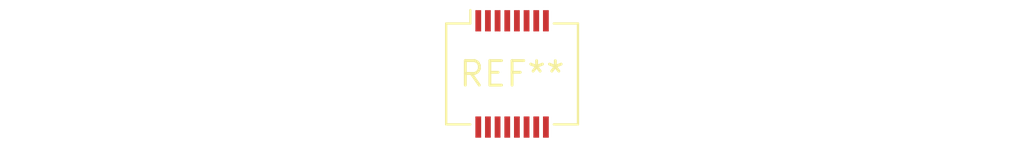
<source format=kicad_pcb>
(kicad_pcb (version 20240108) (generator pcbnew)
  (layers (0 "F.Cu" signal) (31 "B.Cu" signal) (34 "B.Paste" user) (35 "F.Paste" user) (36 "B.SilkS" user "B.Silkscreen") (37 "F.SilkS" user "F.Silkscreen") (38 "B.Mask" user) (39 "F.Mask" user) (44 "Edge.Cuts" user))
  (net 0 "")
  (footprint "Molex_SlimStack_54722-0164_2x08_P0.50mm_Vertical" (layer "F.Cu") (at 0 0)
    (property "Reference" "REF**")
    (property "Value" "Molex_SlimStack_54722-0164_2x08_P0.50mm_Vertical")
    (fp_line (start -3.41 -2.61) (end -2.16 -2.61) (layer "F.SilkS") (stroke (width 0.12)))
    (fp_line (start -3.41 2.61) (end -3.41 -2.61) (layer "F.SilkS") (stroke (width 0.12)))
    (fp_line (start -2.16 -2.61) (end -2.16 -3.3) (layer "F.SilkS") (stroke (width 0.12)))
    (fp_line (start -2.16 2.61) (end -3.41 2.61) (layer "F.SilkS") (stroke (width 0.12)))
    (fp_line (start 2.16 2.61) (end 3.41 2.61) (layer "F.SilkS") (stroke (width 0.12)))
    (fp_line (start 3.41 -2.61) (end 2.16 -2.61) (layer "F.SilkS") (stroke (width 0.12)))
    (fp_line (start 3.41 2.61) (end 3.41 -2.61) (layer "F.SilkS") (stroke (width 0.12)))
    (pad "1" smd rect (at -1.75 -2.75) (size 0.3 1.1) (layers "F.Cu" "F.Paste" "F.Mask"))
    (pad "2" smd rect (at -1.75 2.75) (size 0.3 1.1) (layers "F.Cu" "F.Paste" "F.Mask"))
    (pad "3" smd rect (at -1.25 -2.75) (size 0.3 1.1) (layers "F.Cu" "F.Paste" "F.Mask"))
    (pad "4" smd rect (at -1.25 2.75) (size 0.3 1.1) (layers "F.Cu" "F.Paste" "F.Mask"))
    (pad "5" smd rect (at -0.75 -2.75) (size 0.3 1.1) (layers "F.Cu" "F.Paste" "F.Mask"))
    (pad "6" smd rect (at -0.75 2.75) (size 0.3 1.1) (layers "F.Cu" "F.Paste" "F.Mask"))
    (pad "7" smd rect (at -0.25 -2.75) (size 0.3 1.1) (layers "F.Cu" "F.Paste" "F.Mask"))
    (pad "8" smd rect (at -0.25 2.75) (size 0.3 1.1) (layers "F.Cu" "F.Paste" "F.Mask"))
    (pad "9" smd rect (at 0.25 -2.75) (size 0.3 1.1) (layers "F.Cu" "F.Paste" "F.Mask"))
    (pad "10" smd rect (at 0.25 2.75) (size 0.3 1.1) (layers "F.Cu" "F.Paste" "F.Mask"))
    (pad "11" smd rect (at 0.75 -2.75) (size 0.3 1.1) (layers "F.Cu" "F.Paste" "F.Mask"))
    (pad "12" smd rect (at 0.75 2.75) (size 0.3 1.1) (layers "F.Cu" "F.Paste" "F.Mask"))
    (pad "13" smd rect (at 1.25 -2.75) (size 0.3 1.1) (layers "F.Cu" "F.Paste" "F.Mask"))
    (pad "14" smd rect (at 1.25 2.75) (size 0.3 1.1) (layers "F.Cu" "F.Paste" "F.Mask"))
    (pad "15" smd rect (at 1.75 -2.75) (size 0.3 1.1) (layers "F.Cu" "F.Paste" "F.Mask"))
    (pad "16" smd rect (at 1.75 2.75) (size 0.3 1.1) (layers "F.Cu" "F.Paste" "F.Mask"))
  )
)
</source>
